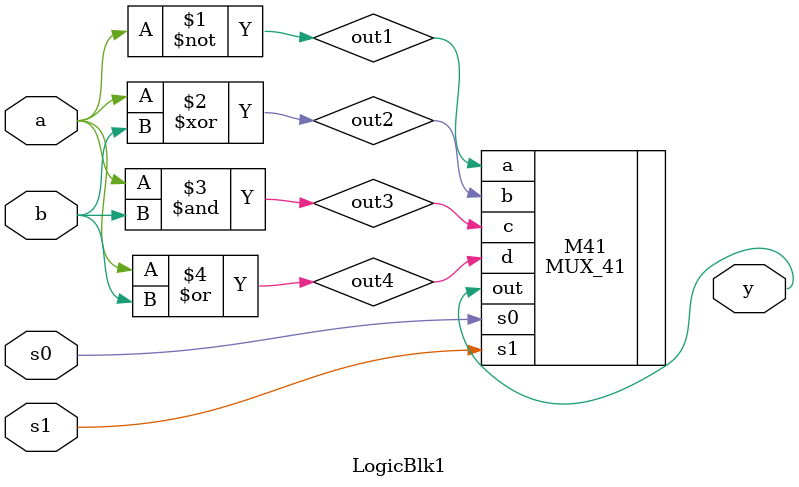
<source format=v>
`timescale 1ns / 1ps

module LogicBlk1(a, b, s0, s1, y);
input a, b, s0, s1;
output y;

wire out1, out2, out3, out4;

assign out1 = ~a;
assign out2 = a ^ b;
assign out3 = a & b;
assign out4 = a | b;

MUX_41 M41 (.a(out1), .b(out2), .c(out3), .d(out4), .s0(s0), .s1(s1), .out(y));

endmodule

</source>
